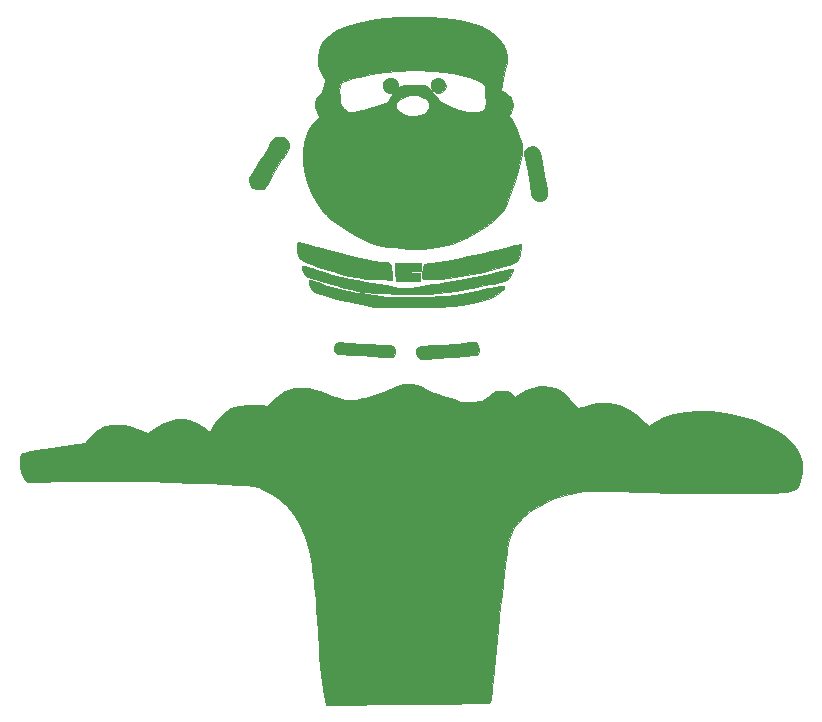
<source format=gbr>
%TF.GenerationSoftware,KiCad,Pcbnew,9.0.6*%
%TF.CreationDate,2025-12-01T09:21:34+01:00*%
%TF.ProjectId,BL_Santa,424c5f53-616e-4746-912e-6b696361645f,rev?*%
%TF.SameCoordinates,Original*%
%TF.FileFunction,Legend,Top*%
%TF.FilePolarity,Positive*%
%FSLAX46Y46*%
G04 Gerber Fmt 4.6, Leading zero omitted, Abs format (unit mm)*
G04 Created by KiCad (PCBNEW 9.0.6) date 2025-12-01 09:21:34*
%MOMM*%
%LPD*%
G01*
G04 APERTURE LIST*
%ADD10C,0.010000*%
G04 APERTURE END LIST*
D10*
%TO.C,G\u002A\u002A\u002A*%
X120009686Y-122297564D02*
X120507179Y-122507122D01*
X120571578Y-122546277D01*
X121016538Y-122813463D01*
X121386449Y-122998040D01*
X121737474Y-123124431D01*
X122104133Y-123212759D01*
X122475649Y-123308455D01*
X122884582Y-123444910D01*
X123120133Y-123539673D01*
X123419657Y-123658608D01*
X123693059Y-123726215D01*
X124009436Y-123754759D01*
X124347800Y-123757639D01*
X124851602Y-123745078D01*
X125227330Y-123710597D01*
X125515974Y-123641805D01*
X125758525Y-123526312D01*
X125995974Y-123351726D01*
X126155534Y-123211183D01*
X126406306Y-122991104D01*
X126591711Y-122864957D01*
X126766151Y-122806970D01*
X126984026Y-122791369D01*
X127042325Y-122791066D01*
X127494552Y-122827870D01*
X127835053Y-122947686D01*
X128072960Y-123129560D01*
X128248882Y-123305482D01*
X128743360Y-123000272D01*
X129235826Y-122740750D01*
X129765432Y-122536145D01*
X130274042Y-122405768D01*
X130647642Y-122367733D01*
X131266737Y-122451104D01*
X131881072Y-122696403D01*
X132477995Y-123096410D01*
X133044856Y-123643902D01*
X133196338Y-123822487D01*
X133587746Y-124303575D01*
X133941645Y-124178712D01*
X134339744Y-124063614D01*
X134814954Y-123964293D01*
X135311710Y-123888749D01*
X135774450Y-123844985D01*
X136147609Y-123841001D01*
X136233389Y-123848709D01*
X137045213Y-124033577D01*
X137838383Y-124375535D01*
X138589887Y-124862398D01*
X139234796Y-125438232D01*
X139601458Y-125817060D01*
X140091608Y-125489750D01*
X140863724Y-125071141D01*
X141745787Y-124766164D01*
X142722145Y-124574878D01*
X143777146Y-124497344D01*
X144895138Y-124533619D01*
X146060470Y-124683765D01*
X147257490Y-124947841D01*
X148470545Y-125325905D01*
X148822243Y-125456546D01*
X149785746Y-125864986D01*
X150590420Y-126290512D01*
X151246595Y-126742443D01*
X151764596Y-127230098D01*
X152154752Y-127762798D01*
X152427390Y-128349861D01*
X152560683Y-128830120D01*
X152609048Y-129117180D01*
X152617330Y-129377786D01*
X152583242Y-129678569D01*
X152520164Y-130011166D01*
X152434381Y-130361934D01*
X152335450Y-130670459D01*
X152241860Y-130880860D01*
X152222858Y-130909734D01*
X152113657Y-131029639D01*
X151969915Y-131133434D01*
X151780099Y-131222075D01*
X151532680Y-131296518D01*
X151216123Y-131357722D01*
X150818897Y-131406642D01*
X150329472Y-131444235D01*
X149736313Y-131471458D01*
X149027891Y-131489267D01*
X148192672Y-131498621D01*
X147219125Y-131500474D01*
X146095718Y-131495785D01*
X145237135Y-131489320D01*
X144243295Y-131478975D01*
X143190114Y-131464664D01*
X142111207Y-131447059D01*
X141040191Y-131426828D01*
X140010683Y-131404641D01*
X139056297Y-131381170D01*
X138210653Y-131357084D01*
X137633409Y-131337763D01*
X136810709Y-131308393D01*
X136135942Y-131286367D01*
X135587859Y-131271840D01*
X135145212Y-131264965D01*
X134786753Y-131265898D01*
X134491234Y-131274792D01*
X134237406Y-131291801D01*
X134004022Y-131317080D01*
X133769832Y-131350783D01*
X133672036Y-131366516D01*
X132510440Y-131620266D01*
X131425755Y-131983727D01*
X130437117Y-132448032D01*
X129563660Y-133004314D01*
X128881933Y-133586066D01*
X128502258Y-133984316D01*
X128211637Y-134353325D01*
X127992800Y-134731015D01*
X127828475Y-135155306D01*
X127701393Y-135664118D01*
X127594282Y-136295372D01*
X127569996Y-136466643D01*
X127506597Y-136948926D01*
X127429241Y-137575053D01*
X127340637Y-138320357D01*
X127243493Y-139160170D01*
X127140519Y-140069826D01*
X127034423Y-141024656D01*
X126927914Y-141999994D01*
X126823701Y-142971173D01*
X126724492Y-143913524D01*
X126632998Y-144802382D01*
X126551925Y-145613078D01*
X126483984Y-146320946D01*
X126463787Y-146540066D01*
X126396576Y-147277783D01*
X126342163Y-147864520D01*
X126297894Y-148317927D01*
X126261113Y-148655650D01*
X126229165Y-148895338D01*
X126199395Y-149054637D01*
X126169145Y-149151197D01*
X126135762Y-149202664D01*
X126096590Y-149226686D01*
X126057751Y-149238432D01*
X125952473Y-149245337D01*
X125690853Y-149253278D01*
X125285877Y-149262072D01*
X124750531Y-149271539D01*
X124097804Y-149281496D01*
X123340680Y-149291760D01*
X122492147Y-149302151D01*
X121565191Y-149312485D01*
X120572799Y-149322582D01*
X119527957Y-149332258D01*
X119094455Y-149336003D01*
X112274776Y-149393684D01*
X112127468Y-148601875D01*
X112031237Y-148048284D01*
X111944985Y-147468795D01*
X111866341Y-146840343D01*
X111792931Y-146139861D01*
X111722383Y-145344285D01*
X111652326Y-144430549D01*
X111580386Y-143375588D01*
X111564391Y-143127270D01*
X111499090Y-142121118D01*
X111440695Y-141262721D01*
X111387254Y-140530734D01*
X111336818Y-139903810D01*
X111287437Y-139360603D01*
X111237160Y-138879768D01*
X111184036Y-138439957D01*
X111126116Y-138019825D01*
X111061449Y-137598026D01*
X111056220Y-137565400D01*
X110803068Y-136285785D01*
X110476046Y-135153409D01*
X110070168Y-134160823D01*
X109580449Y-133300577D01*
X109001903Y-132565222D01*
X108329546Y-131947307D01*
X107558391Y-131439383D01*
X106685993Y-131034977D01*
X106579149Y-130993760D01*
X106479378Y-130957366D01*
X106375434Y-130925047D01*
X106256068Y-130896055D01*
X106110034Y-130869642D01*
X105926084Y-130845059D01*
X105692971Y-130821558D01*
X105399447Y-130798391D01*
X105034266Y-130774810D01*
X104586179Y-130750066D01*
X104043940Y-130723410D01*
X103396301Y-130694095D01*
X102632014Y-130661373D01*
X101739833Y-130624494D01*
X100708510Y-130582712D01*
X99526798Y-130535276D01*
X98642864Y-130499861D01*
X97769274Y-130469889D01*
X96812887Y-130446003D01*
X95798796Y-130428191D01*
X94752096Y-130416441D01*
X93697880Y-130410742D01*
X92661241Y-130411083D01*
X91667273Y-130417453D01*
X90741069Y-130429839D01*
X89907723Y-130448231D01*
X89192327Y-130472617D01*
X88619976Y-130502985D01*
X88598743Y-130504440D01*
X87986102Y-130541975D01*
X87527384Y-130558421D01*
X87208509Y-130553859D01*
X87015396Y-130528373D01*
X86973735Y-130513995D01*
X86772205Y-130340727D01*
X86595637Y-130039679D01*
X86455992Y-129651907D01*
X86365229Y-129218463D01*
X86335309Y-128780402D01*
X86367210Y-128432079D01*
X86387804Y-128331779D01*
X86419190Y-128248572D01*
X86477853Y-128178101D01*
X86580275Y-128116011D01*
X86742939Y-128057943D01*
X86982331Y-127999542D01*
X87314931Y-127936450D01*
X87757225Y-127864310D01*
X88325696Y-127778767D01*
X89036827Y-127675463D01*
X89461009Y-127614353D01*
X90165755Y-127511947D01*
X90721511Y-127428362D01*
X91147082Y-127359648D01*
X91461272Y-127301857D01*
X91682886Y-127251037D01*
X91830730Y-127203241D01*
X91923607Y-127154517D01*
X91980324Y-127100916D01*
X91993696Y-127082407D01*
X92244633Y-126775919D01*
X92585985Y-126446428D01*
X92957387Y-126146834D01*
X93298476Y-125930038D01*
X93322326Y-125918013D01*
X93547097Y-125819234D01*
X93766865Y-125757825D01*
X94032564Y-125725558D01*
X94395127Y-125714210D01*
X94587466Y-125713700D01*
X94975057Y-125718729D01*
X95271509Y-125739989D01*
X95534566Y-125789361D01*
X95821974Y-125878727D01*
X96191478Y-126019965D01*
X96313541Y-126068828D01*
X97192949Y-126422322D01*
X97695501Y-126081045D01*
X98414749Y-125643816D01*
X99073555Y-125354174D01*
X99686948Y-125208124D01*
X100269958Y-125201668D01*
X100690795Y-125284450D01*
X101113775Y-125445601D01*
X101581550Y-125687091D01*
X102020915Y-125967812D01*
X102293296Y-126184372D01*
X102385415Y-126258191D01*
X102457905Y-126262832D01*
X102538114Y-126175211D01*
X102653390Y-125972245D01*
X102739005Y-125808186D01*
X103151601Y-125168541D01*
X103655833Y-124667139D01*
X104254392Y-124302837D01*
X104949965Y-124074496D01*
X105745245Y-123980973D01*
X106642921Y-124021127D01*
X106879456Y-124051318D01*
X107318112Y-124113875D01*
X107795775Y-123630321D01*
X108110960Y-123346001D01*
X108473505Y-123069972D01*
X108796453Y-122866917D01*
X109082978Y-122724848D01*
X109334621Y-122636277D01*
X109615102Y-122585634D01*
X109988144Y-122557348D01*
X110081466Y-122552913D01*
X110360087Y-122543324D01*
X110600194Y-122546816D01*
X110829564Y-122570479D01*
X111075975Y-122621403D01*
X111367207Y-122706676D01*
X111731036Y-122833388D01*
X112195243Y-123008629D01*
X112787603Y-123239488D01*
X112817364Y-123251159D01*
X113391395Y-123456480D01*
X113881759Y-123577043D01*
X114342758Y-123615694D01*
X114828693Y-123575280D01*
X115393864Y-123458650D01*
X115627390Y-123398497D01*
X116108165Y-123256273D01*
X116619261Y-123082421D01*
X117086704Y-122903076D01*
X117329574Y-122797117D01*
X118124171Y-122469932D01*
X118828705Y-122278155D01*
X119453702Y-122220970D01*
X120009686Y-122297564D01*
G36*
X120009686Y-122297564D02*
G01*
X120507179Y-122507122D01*
X120571578Y-122546277D01*
X121016538Y-122813463D01*
X121386449Y-122998040D01*
X121737474Y-123124431D01*
X122104133Y-123212759D01*
X122475649Y-123308455D01*
X122884582Y-123444910D01*
X123120133Y-123539673D01*
X123419657Y-123658608D01*
X123693059Y-123726215D01*
X124009436Y-123754759D01*
X124347800Y-123757639D01*
X124851602Y-123745078D01*
X125227330Y-123710597D01*
X125515974Y-123641805D01*
X125758525Y-123526312D01*
X125995974Y-123351726D01*
X126155534Y-123211183D01*
X126406306Y-122991104D01*
X126591711Y-122864957D01*
X126766151Y-122806970D01*
X126984026Y-122791369D01*
X127042325Y-122791066D01*
X127494552Y-122827870D01*
X127835053Y-122947686D01*
X128072960Y-123129560D01*
X128248882Y-123305482D01*
X128743360Y-123000272D01*
X129235826Y-122740750D01*
X129765432Y-122536145D01*
X130274042Y-122405768D01*
X130647642Y-122367733D01*
X131266737Y-122451104D01*
X131881072Y-122696403D01*
X132477995Y-123096410D01*
X133044856Y-123643902D01*
X133196338Y-123822487D01*
X133587746Y-124303575D01*
X133941645Y-124178712D01*
X134339744Y-124063614D01*
X134814954Y-123964293D01*
X135311710Y-123888749D01*
X135774450Y-123844985D01*
X136147609Y-123841001D01*
X136233389Y-123848709D01*
X137045213Y-124033577D01*
X137838383Y-124375535D01*
X138589887Y-124862398D01*
X139234796Y-125438232D01*
X139601458Y-125817060D01*
X140091608Y-125489750D01*
X140863724Y-125071141D01*
X141745787Y-124766164D01*
X142722145Y-124574878D01*
X143777146Y-124497344D01*
X144895138Y-124533619D01*
X146060470Y-124683765D01*
X147257490Y-124947841D01*
X148470545Y-125325905D01*
X148822243Y-125456546D01*
X149785746Y-125864986D01*
X150590420Y-126290512D01*
X151246595Y-126742443D01*
X151764596Y-127230098D01*
X152154752Y-127762798D01*
X152427390Y-128349861D01*
X152560683Y-128830120D01*
X152609048Y-129117180D01*
X152617330Y-129377786D01*
X152583242Y-129678569D01*
X152520164Y-130011166D01*
X152434381Y-130361934D01*
X152335450Y-130670459D01*
X152241860Y-130880860D01*
X152222858Y-130909734D01*
X152113657Y-131029639D01*
X151969915Y-131133434D01*
X151780099Y-131222075D01*
X151532680Y-131296518D01*
X151216123Y-131357722D01*
X150818897Y-131406642D01*
X150329472Y-131444235D01*
X149736313Y-131471458D01*
X149027891Y-131489267D01*
X148192672Y-131498621D01*
X147219125Y-131500474D01*
X146095718Y-131495785D01*
X145237135Y-131489320D01*
X144243295Y-131478975D01*
X143190114Y-131464664D01*
X142111207Y-131447059D01*
X141040191Y-131426828D01*
X140010683Y-131404641D01*
X139056297Y-131381170D01*
X138210653Y-131357084D01*
X137633409Y-131337763D01*
X136810709Y-131308393D01*
X136135942Y-131286367D01*
X135587859Y-131271840D01*
X135145212Y-131264965D01*
X134786753Y-131265898D01*
X134491234Y-131274792D01*
X134237406Y-131291801D01*
X134004022Y-131317080D01*
X133769832Y-131350783D01*
X133672036Y-131366516D01*
X132510440Y-131620266D01*
X131425755Y-131983727D01*
X130437117Y-132448032D01*
X129563660Y-133004314D01*
X128881933Y-133586066D01*
X128502258Y-133984316D01*
X128211637Y-134353325D01*
X127992800Y-134731015D01*
X127828475Y-135155306D01*
X127701393Y-135664118D01*
X127594282Y-136295372D01*
X127569996Y-136466643D01*
X127506597Y-136948926D01*
X127429241Y-137575053D01*
X127340637Y-138320357D01*
X127243493Y-139160170D01*
X127140519Y-140069826D01*
X127034423Y-141024656D01*
X126927914Y-141999994D01*
X126823701Y-142971173D01*
X126724492Y-143913524D01*
X126632998Y-144802382D01*
X126551925Y-145613078D01*
X126483984Y-146320946D01*
X126463787Y-146540066D01*
X126396576Y-147277783D01*
X126342163Y-147864520D01*
X126297894Y-148317927D01*
X126261113Y-148655650D01*
X126229165Y-148895338D01*
X126199395Y-149054637D01*
X126169145Y-149151197D01*
X126135762Y-149202664D01*
X126096590Y-149226686D01*
X126057751Y-149238432D01*
X125952473Y-149245337D01*
X125690853Y-149253278D01*
X125285877Y-149262072D01*
X124750531Y-149271539D01*
X124097804Y-149281496D01*
X123340680Y-149291760D01*
X122492147Y-149302151D01*
X121565191Y-149312485D01*
X120572799Y-149322582D01*
X119527957Y-149332258D01*
X119094455Y-149336003D01*
X112274776Y-149393684D01*
X112127468Y-148601875D01*
X112031237Y-148048284D01*
X111944985Y-147468795D01*
X111866341Y-146840343D01*
X111792931Y-146139861D01*
X111722383Y-145344285D01*
X111652326Y-144430549D01*
X111580386Y-143375588D01*
X111564391Y-143127270D01*
X111499090Y-142121118D01*
X111440695Y-141262721D01*
X111387254Y-140530734D01*
X111336818Y-139903810D01*
X111287437Y-139360603D01*
X111237160Y-138879768D01*
X111184036Y-138439957D01*
X111126116Y-138019825D01*
X111061449Y-137598026D01*
X111056220Y-137565400D01*
X110803068Y-136285785D01*
X110476046Y-135153409D01*
X110070168Y-134160823D01*
X109580449Y-133300577D01*
X109001903Y-132565222D01*
X108329546Y-131947307D01*
X107558391Y-131439383D01*
X106685993Y-131034977D01*
X106579149Y-130993760D01*
X106479378Y-130957366D01*
X106375434Y-130925047D01*
X106256068Y-130896055D01*
X106110034Y-130869642D01*
X105926084Y-130845059D01*
X105692971Y-130821558D01*
X105399447Y-130798391D01*
X105034266Y-130774810D01*
X104586179Y-130750066D01*
X104043940Y-130723410D01*
X103396301Y-130694095D01*
X102632014Y-130661373D01*
X101739833Y-130624494D01*
X100708510Y-130582712D01*
X99526798Y-130535276D01*
X98642864Y-130499861D01*
X97769274Y-130469889D01*
X96812887Y-130446003D01*
X95798796Y-130428191D01*
X94752096Y-130416441D01*
X93697880Y-130410742D01*
X92661241Y-130411083D01*
X91667273Y-130417453D01*
X90741069Y-130429839D01*
X89907723Y-130448231D01*
X89192327Y-130472617D01*
X88619976Y-130502985D01*
X88598743Y-130504440D01*
X87986102Y-130541975D01*
X87527384Y-130558421D01*
X87208509Y-130553859D01*
X87015396Y-130528373D01*
X86973735Y-130513995D01*
X86772205Y-130340727D01*
X86595637Y-130039679D01*
X86455992Y-129651907D01*
X86365229Y-129218463D01*
X86335309Y-128780402D01*
X86367210Y-128432079D01*
X86387804Y-128331779D01*
X86419190Y-128248572D01*
X86477853Y-128178101D01*
X86580275Y-128116011D01*
X86742939Y-128057943D01*
X86982331Y-127999542D01*
X87314931Y-127936450D01*
X87757225Y-127864310D01*
X88325696Y-127778767D01*
X89036827Y-127675463D01*
X89461009Y-127614353D01*
X90165755Y-127511947D01*
X90721511Y-127428362D01*
X91147082Y-127359648D01*
X91461272Y-127301857D01*
X91682886Y-127251037D01*
X91830730Y-127203241D01*
X91923607Y-127154517D01*
X91980324Y-127100916D01*
X91993696Y-127082407D01*
X92244633Y-126775919D01*
X92585985Y-126446428D01*
X92957387Y-126146834D01*
X93298476Y-125930038D01*
X93322326Y-125918013D01*
X93547097Y-125819234D01*
X93766865Y-125757825D01*
X94032564Y-125725558D01*
X94395127Y-125714210D01*
X94587466Y-125713700D01*
X94975057Y-125718729D01*
X95271509Y-125739989D01*
X95534566Y-125789361D01*
X95821974Y-125878727D01*
X96191478Y-126019965D01*
X96313541Y-126068828D01*
X97192949Y-126422322D01*
X97695501Y-126081045D01*
X98414749Y-125643816D01*
X99073555Y-125354174D01*
X99686948Y-125208124D01*
X100269958Y-125201668D01*
X100690795Y-125284450D01*
X101113775Y-125445601D01*
X101581550Y-125687091D01*
X102020915Y-125967812D01*
X102293296Y-126184372D01*
X102385415Y-126258191D01*
X102457905Y-126262832D01*
X102538114Y-126175211D01*
X102653390Y-125972245D01*
X102739005Y-125808186D01*
X103151601Y-125168541D01*
X103655833Y-124667139D01*
X104254392Y-124302837D01*
X104949965Y-124074496D01*
X105745245Y-123980973D01*
X106642921Y-124021127D01*
X106879456Y-124051318D01*
X107318112Y-124113875D01*
X107795775Y-123630321D01*
X108110960Y-123346001D01*
X108473505Y-123069972D01*
X108796453Y-122866917D01*
X109082978Y-122724848D01*
X109334621Y-122636277D01*
X109615102Y-122585634D01*
X109988144Y-122557348D01*
X110081466Y-122552913D01*
X110360087Y-122543324D01*
X110600194Y-122546816D01*
X110829564Y-122570479D01*
X111075975Y-122621403D01*
X111367207Y-122706676D01*
X111731036Y-122833388D01*
X112195243Y-123008629D01*
X112787603Y-123239488D01*
X112817364Y-123251159D01*
X113391395Y-123456480D01*
X113881759Y-123577043D01*
X114342758Y-123615694D01*
X114828693Y-123575280D01*
X115393864Y-123458650D01*
X115627390Y-123398497D01*
X116108165Y-123256273D01*
X116619261Y-123082421D01*
X117086704Y-122903076D01*
X117329574Y-122797117D01*
X118124171Y-122469932D01*
X118828705Y-122278155D01*
X119453702Y-122220970D01*
X120009686Y-122297564D01*
G37*
X124981618Y-118695995D02*
X125096591Y-118816661D01*
X125183188Y-119040674D01*
X125221966Y-119302282D01*
X125210653Y-119470460D01*
X125121451Y-119657549D01*
X125027544Y-119741776D01*
X124902781Y-119770453D01*
X124635763Y-119806769D01*
X124253246Y-119847941D01*
X123781989Y-119891188D01*
X123248748Y-119933729D01*
X123027071Y-119949717D01*
X122450783Y-119990816D01*
X121901507Y-120031445D01*
X121412355Y-120069042D01*
X121016439Y-120101048D01*
X120746872Y-120124900D01*
X120697589Y-120129870D01*
X120420231Y-120152268D01*
X120252327Y-120134228D01*
X120135786Y-120059850D01*
X120041423Y-119950279D01*
X119891026Y-119659743D01*
X119887270Y-119387879D01*
X120020271Y-119168502D01*
X120280141Y-119035429D01*
X120310887Y-119028541D01*
X120456440Y-119013076D01*
X120737564Y-118994854D01*
X121120560Y-118975649D01*
X121571725Y-118957230D01*
X121850133Y-118947645D01*
X122395667Y-118923203D01*
X122960169Y-118886037D01*
X123486961Y-118840624D01*
X123919366Y-118791439D01*
X124029200Y-118775532D01*
X124395159Y-118725135D01*
X124706311Y-118694635D01*
X124919414Y-118687642D01*
X124981618Y-118695995D01*
G36*
X124981618Y-118695995D02*
G01*
X125096591Y-118816661D01*
X125183188Y-119040674D01*
X125221966Y-119302282D01*
X125210653Y-119470460D01*
X125121451Y-119657549D01*
X125027544Y-119741776D01*
X124902781Y-119770453D01*
X124635763Y-119806769D01*
X124253246Y-119847941D01*
X123781989Y-119891188D01*
X123248748Y-119933729D01*
X123027071Y-119949717D01*
X122450783Y-119990816D01*
X121901507Y-120031445D01*
X121412355Y-120069042D01*
X121016439Y-120101048D01*
X120746872Y-120124900D01*
X120697589Y-120129870D01*
X120420231Y-120152268D01*
X120252327Y-120134228D01*
X120135786Y-120059850D01*
X120041423Y-119950279D01*
X119891026Y-119659743D01*
X119887270Y-119387879D01*
X120020271Y-119168502D01*
X120280141Y-119035429D01*
X120310887Y-119028541D01*
X120456440Y-119013076D01*
X120737564Y-118994854D01*
X121120560Y-118975649D01*
X121571725Y-118957230D01*
X121850133Y-118947645D01*
X122395667Y-118923203D01*
X122960169Y-118886037D01*
X123486961Y-118840624D01*
X123919366Y-118791439D01*
X124029200Y-118775532D01*
X124395159Y-118725135D01*
X124706311Y-118694635D01*
X124919414Y-118687642D01*
X124981618Y-118695995D01*
G37*
X113902005Y-118734630D02*
X114140654Y-118764164D01*
X114513516Y-118795473D01*
X114985518Y-118826299D01*
X115521586Y-118854387D01*
X116086648Y-118877479D01*
X116163133Y-118880087D01*
X116756998Y-118900976D01*
X117204335Y-118920565D01*
X117527900Y-118941550D01*
X117750450Y-118966623D01*
X117894744Y-118998479D01*
X117983539Y-119039812D01*
X118039591Y-119093316D01*
X118046966Y-119103082D01*
X118153049Y-119362185D01*
X118140718Y-119636919D01*
X118013247Y-119856083D01*
X118012299Y-119856944D01*
X117859800Y-119940061D01*
X117619247Y-119979737D01*
X117267566Y-119976844D01*
X116781686Y-119932251D01*
X116600800Y-119910172D01*
X116340270Y-119884310D01*
X115952807Y-119855159D01*
X115480701Y-119825472D01*
X114966245Y-119798001D01*
X114664501Y-119784142D01*
X114128592Y-119758995D01*
X113735953Y-119734071D01*
X113460566Y-119705757D01*
X113276412Y-119670438D01*
X113157471Y-119624498D01*
X113077725Y-119564323D01*
X113077001Y-119563601D01*
X112935044Y-119339899D01*
X112952617Y-119092516D01*
X113004407Y-118977440D01*
X113149914Y-118793417D01*
X113358620Y-118704513D01*
X113665713Y-118701209D01*
X113902005Y-118734630D01*
G36*
X113902005Y-118734630D02*
G01*
X114140654Y-118764164D01*
X114513516Y-118795473D01*
X114985518Y-118826299D01*
X115521586Y-118854387D01*
X116086648Y-118877479D01*
X116163133Y-118880087D01*
X116756998Y-118900976D01*
X117204335Y-118920565D01*
X117527900Y-118941550D01*
X117750450Y-118966623D01*
X117894744Y-118998479D01*
X117983539Y-119039812D01*
X118039591Y-119093316D01*
X118046966Y-119103082D01*
X118153049Y-119362185D01*
X118140718Y-119636919D01*
X118013247Y-119856083D01*
X118012299Y-119856944D01*
X117859800Y-119940061D01*
X117619247Y-119979737D01*
X117267566Y-119976844D01*
X116781686Y-119932251D01*
X116600800Y-119910172D01*
X116340270Y-119884310D01*
X115952807Y-119855159D01*
X115480701Y-119825472D01*
X114966245Y-119798001D01*
X114664501Y-119784142D01*
X114128592Y-119758995D01*
X113735953Y-119734071D01*
X113460566Y-119705757D01*
X113276412Y-119670438D01*
X113157471Y-119624498D01*
X113077725Y-119564323D01*
X113077001Y-119563601D01*
X112935044Y-119339899D01*
X112952617Y-119092516D01*
X113004407Y-118977440D01*
X113149914Y-118793417D01*
X113358620Y-118704513D01*
X113665713Y-118701209D01*
X113902005Y-118734630D01*
G37*
X110988365Y-113446934D02*
X111210756Y-113508168D01*
X111502311Y-113611275D01*
X111576878Y-113640515D01*
X112069989Y-113815585D01*
X112687967Y-114000733D01*
X113387667Y-114184951D01*
X114125942Y-114357230D01*
X114859643Y-114506562D01*
X115227273Y-114571866D01*
X116360209Y-114736285D01*
X117478555Y-114843906D01*
X118635504Y-114898067D01*
X119884247Y-114902106D01*
X120338973Y-114892661D01*
X121142185Y-114865739D01*
X121846604Y-114826556D01*
X122495220Y-114769613D01*
X123131020Y-114689412D01*
X123796993Y-114580453D01*
X124536129Y-114437238D01*
X125391414Y-114254267D01*
X125476153Y-114235530D01*
X126124815Y-114093827D01*
X126622689Y-113992143D01*
X126983694Y-113931186D01*
X127221749Y-113911666D01*
X127350773Y-113934294D01*
X127384685Y-113999779D01*
X127337405Y-114108831D01*
X127222852Y-114262160D01*
X127173104Y-114322066D01*
X126939764Y-114544452D01*
X126625009Y-114744826D01*
X126212741Y-114928935D01*
X125686862Y-115102526D01*
X125031273Y-115271348D01*
X124229875Y-115441148D01*
X123821677Y-115518617D01*
X123537690Y-115567509D01*
X123255106Y-115607196D01*
X122951062Y-115638870D01*
X122602696Y-115663721D01*
X122187143Y-115682940D01*
X121681542Y-115697720D01*
X121063030Y-115709250D01*
X120308743Y-115718722D01*
X119902800Y-115722783D01*
X119183633Y-115727404D01*
X118495110Y-115727738D01*
X117861428Y-115724078D01*
X117306784Y-115716718D01*
X116855373Y-115705952D01*
X116531393Y-115692073D01*
X116389133Y-115680128D01*
X115917428Y-115608692D01*
X115362999Y-115507049D01*
X114753680Y-115382031D01*
X114117301Y-115240469D01*
X113481696Y-115089194D01*
X112874696Y-114935037D01*
X112324134Y-114784828D01*
X111857843Y-114645399D01*
X111503655Y-114523580D01*
X111295826Y-114430071D01*
X111098631Y-114261116D01*
X110938628Y-114032103D01*
X110835114Y-113788794D01*
X110807381Y-113576949D01*
X110874725Y-113442330D01*
X110878378Y-113439986D01*
X110988365Y-113446934D01*
G36*
X110988365Y-113446934D02*
G01*
X111210756Y-113508168D01*
X111502311Y-113611275D01*
X111576878Y-113640515D01*
X112069989Y-113815585D01*
X112687967Y-114000733D01*
X113387667Y-114184951D01*
X114125942Y-114357230D01*
X114859643Y-114506562D01*
X115227273Y-114571866D01*
X116360209Y-114736285D01*
X117478555Y-114843906D01*
X118635504Y-114898067D01*
X119884247Y-114902106D01*
X120338973Y-114892661D01*
X121142185Y-114865739D01*
X121846604Y-114826556D01*
X122495220Y-114769613D01*
X123131020Y-114689412D01*
X123796993Y-114580453D01*
X124536129Y-114437238D01*
X125391414Y-114254267D01*
X125476153Y-114235530D01*
X126124815Y-114093827D01*
X126622689Y-113992143D01*
X126983694Y-113931186D01*
X127221749Y-113911666D01*
X127350773Y-113934294D01*
X127384685Y-113999779D01*
X127337405Y-114108831D01*
X127222852Y-114262160D01*
X127173104Y-114322066D01*
X126939764Y-114544452D01*
X126625009Y-114744826D01*
X126212741Y-114928935D01*
X125686862Y-115102526D01*
X125031273Y-115271348D01*
X124229875Y-115441148D01*
X123821677Y-115518617D01*
X123537690Y-115567509D01*
X123255106Y-115607196D01*
X122951062Y-115638870D01*
X122602696Y-115663721D01*
X122187143Y-115682940D01*
X121681542Y-115697720D01*
X121063030Y-115709250D01*
X120308743Y-115718722D01*
X119902800Y-115722783D01*
X119183633Y-115727404D01*
X118495110Y-115727738D01*
X117861428Y-115724078D01*
X117306784Y-115716718D01*
X116855373Y-115705952D01*
X116531393Y-115692073D01*
X116389133Y-115680128D01*
X115917428Y-115608692D01*
X115362999Y-115507049D01*
X114753680Y-115382031D01*
X114117301Y-115240469D01*
X113481696Y-115089194D01*
X112874696Y-114935037D01*
X112324134Y-114784828D01*
X111857843Y-114645399D01*
X111503655Y-114523580D01*
X111295826Y-114430071D01*
X111098631Y-114261116D01*
X110938628Y-114032103D01*
X110835114Y-113788794D01*
X110807381Y-113576949D01*
X110874725Y-113442330D01*
X110878378Y-113439986D01*
X110988365Y-113446934D01*
G37*
X110481571Y-112237897D02*
X110728334Y-112317764D01*
X111034446Y-112431395D01*
X111099540Y-112457174D01*
X111545176Y-112615514D01*
X112120174Y-112789379D01*
X112786407Y-112969393D01*
X113505743Y-113146180D01*
X114240054Y-113310363D01*
X114951211Y-113452566D01*
X115593441Y-113562251D01*
X116140899Y-113651077D01*
X116742072Y-113757449D01*
X117321102Y-113867495D01*
X117768962Y-113960043D01*
X118369214Y-114074525D01*
X118892150Y-114129344D01*
X119398147Y-114124252D01*
X119947583Y-114059003D01*
X120528558Y-113948758D01*
X120857337Y-113884612D01*
X121286935Y-113808168D01*
X121750539Y-113731067D01*
X122019466Y-113688993D01*
X123510650Y-113445555D01*
X124876206Y-113186249D01*
X126159680Y-112902554D01*
X126651889Y-112782333D01*
X127117740Y-112669322D01*
X127525590Y-112577682D01*
X127847654Y-112513064D01*
X128056151Y-112481123D01*
X128122676Y-112483054D01*
X128119429Y-112586837D01*
X128035663Y-112775194D01*
X127899608Y-113002898D01*
X127739491Y-113224722D01*
X127583542Y-113395441D01*
X127523803Y-113442528D01*
X127354347Y-113515611D01*
X127065808Y-113602737D01*
X126706169Y-113690335D01*
X126490573Y-113734735D01*
X126126198Y-113804982D01*
X125642967Y-113898626D01*
X125088188Y-114006473D01*
X124509173Y-114119331D01*
X124093800Y-114200493D01*
X123314508Y-114338538D01*
X122503985Y-114456357D01*
X121703587Y-114549574D01*
X120954670Y-114613817D01*
X120298590Y-114644711D01*
X119902800Y-114643718D01*
X119720814Y-114638094D01*
X119398982Y-114628465D01*
X118966723Y-114615699D01*
X118453454Y-114600661D01*
X117888592Y-114584220D01*
X117616800Y-114576346D01*
X116904828Y-114552773D01*
X116316331Y-114523435D01*
X115809852Y-114482052D01*
X115343937Y-114422344D01*
X114877130Y-114338032D01*
X114367976Y-114222836D01*
X113775019Y-114070477D01*
X113144539Y-113898898D01*
X112415093Y-113695930D01*
X111831721Y-113528486D01*
X111376516Y-113389843D01*
X111031572Y-113273281D01*
X110778983Y-113172080D01*
X110600844Y-113079519D01*
X110479248Y-112988876D01*
X110396290Y-112893430D01*
X110373862Y-112858951D01*
X110250430Y-112596314D01*
X110212348Y-112376457D01*
X110261436Y-112237170D01*
X110342529Y-112207733D01*
X110481571Y-112237897D01*
G36*
X110481571Y-112237897D02*
G01*
X110728334Y-112317764D01*
X111034446Y-112431395D01*
X111099540Y-112457174D01*
X111545176Y-112615514D01*
X112120174Y-112789379D01*
X112786407Y-112969393D01*
X113505743Y-113146180D01*
X114240054Y-113310363D01*
X114951211Y-113452566D01*
X115593441Y-113562251D01*
X116140899Y-113651077D01*
X116742072Y-113757449D01*
X117321102Y-113867495D01*
X117768962Y-113960043D01*
X118369214Y-114074525D01*
X118892150Y-114129344D01*
X119398147Y-114124252D01*
X119947583Y-114059003D01*
X120528558Y-113948758D01*
X120857337Y-113884612D01*
X121286935Y-113808168D01*
X121750539Y-113731067D01*
X122019466Y-113688993D01*
X123510650Y-113445555D01*
X124876206Y-113186249D01*
X126159680Y-112902554D01*
X126651889Y-112782333D01*
X127117740Y-112669322D01*
X127525590Y-112577682D01*
X127847654Y-112513064D01*
X128056151Y-112481123D01*
X128122676Y-112483054D01*
X128119429Y-112586837D01*
X128035663Y-112775194D01*
X127899608Y-113002898D01*
X127739491Y-113224722D01*
X127583542Y-113395441D01*
X127523803Y-113442528D01*
X127354347Y-113515611D01*
X127065808Y-113602737D01*
X126706169Y-113690335D01*
X126490573Y-113734735D01*
X126126198Y-113804982D01*
X125642967Y-113898626D01*
X125088188Y-114006473D01*
X124509173Y-114119331D01*
X124093800Y-114200493D01*
X123314508Y-114338538D01*
X122503985Y-114456357D01*
X121703587Y-114549574D01*
X120954670Y-114613817D01*
X120298590Y-114644711D01*
X119902800Y-114643718D01*
X119720814Y-114638094D01*
X119398982Y-114628465D01*
X118966723Y-114615699D01*
X118453454Y-114600661D01*
X117888592Y-114584220D01*
X117616800Y-114576346D01*
X116904828Y-114552773D01*
X116316331Y-114523435D01*
X115809852Y-114482052D01*
X115343937Y-114422344D01*
X114877130Y-114338032D01*
X114367976Y-114222836D01*
X113775019Y-114070477D01*
X113144539Y-113898898D01*
X112415093Y-113695930D01*
X111831721Y-113528486D01*
X111376516Y-113389843D01*
X111031572Y-113273281D01*
X110778983Y-113172080D01*
X110600844Y-113079519D01*
X110479248Y-112988876D01*
X110396290Y-112893430D01*
X110373862Y-112858951D01*
X110250430Y-112596314D01*
X110212348Y-112376457D01*
X110261436Y-112237170D01*
X110342529Y-112207733D01*
X110481571Y-112237897D01*
G37*
X120283800Y-112631066D02*
X119648800Y-112631066D01*
X119328839Y-112641572D01*
X119105825Y-112670010D01*
X119014394Y-112711762D01*
X119013800Y-112715733D01*
X119092109Y-112759165D01*
X119301995Y-112789176D01*
X119605891Y-112800399D01*
X119606466Y-112800400D01*
X120199133Y-112800400D01*
X120199133Y-113477733D01*
X118191329Y-113477733D01*
X118143606Y-112781461D01*
X118126172Y-112452011D01*
X118121834Y-112189020D01*
X118131005Y-112036913D01*
X118136504Y-112019461D01*
X118231953Y-111994407D01*
X118462914Y-111973753D01*
X118795582Y-111959530D01*
X119196151Y-111953767D01*
X119230463Y-111953733D01*
X120283800Y-111953733D01*
X120283800Y-112631066D01*
G36*
X120283800Y-112631066D02*
G01*
X119648800Y-112631066D01*
X119328839Y-112641572D01*
X119105825Y-112670010D01*
X119014394Y-112711762D01*
X119013800Y-112715733D01*
X119092109Y-112759165D01*
X119301995Y-112789176D01*
X119605891Y-112800399D01*
X119606466Y-112800400D01*
X120199133Y-112800400D01*
X120199133Y-113477733D01*
X118191329Y-113477733D01*
X118143606Y-112781461D01*
X118126172Y-112452011D01*
X118121834Y-112189020D01*
X118131005Y-112036913D01*
X118136504Y-112019461D01*
X118231953Y-111994407D01*
X118462914Y-111973753D01*
X118795582Y-111959530D01*
X119196151Y-111953767D01*
X119230463Y-111953733D01*
X120283800Y-111953733D01*
X120283800Y-112631066D01*
G37*
X110610708Y-110388658D02*
X110940455Y-110478336D01*
X111389565Y-110600968D01*
X111914149Y-110744546D01*
X112470315Y-110897058D01*
X112900481Y-111015227D01*
X113830223Y-111259102D01*
X114742423Y-111476105D01*
X115603427Y-111659182D01*
X116379580Y-111801276D01*
X117037227Y-111895330D01*
X117162862Y-111908894D01*
X117463452Y-111943262D01*
X117636647Y-111984786D01*
X117723801Y-112054697D01*
X117766266Y-112174226D01*
X117776695Y-112224044D01*
X117807032Y-112462634D01*
X117825664Y-112776606D01*
X117828466Y-112937983D01*
X117828466Y-113393066D01*
X116918300Y-113382356D01*
X116465431Y-113370349D01*
X116003497Y-113346995D01*
X115602882Y-113316292D01*
X115438252Y-113298250D01*
X114852126Y-113204600D01*
X114207964Y-113070437D01*
X113530948Y-112903933D01*
X112846262Y-112713260D01*
X112179089Y-112506588D01*
X111554613Y-112292091D01*
X110998017Y-112077938D01*
X110534484Y-111872303D01*
X110189198Y-111683356D01*
X109999601Y-111533495D01*
X109889175Y-111323715D01*
X109814709Y-111016662D01*
X109787500Y-110682590D01*
X109817098Y-110398565D01*
X109869950Y-110187987D01*
X110610708Y-110388658D01*
G36*
X110610708Y-110388658D02*
G01*
X110940455Y-110478336D01*
X111389565Y-110600968D01*
X111914149Y-110744546D01*
X112470315Y-110897058D01*
X112900481Y-111015227D01*
X113830223Y-111259102D01*
X114742423Y-111476105D01*
X115603427Y-111659182D01*
X116379580Y-111801276D01*
X117037227Y-111895330D01*
X117162862Y-111908894D01*
X117463452Y-111943262D01*
X117636647Y-111984786D01*
X117723801Y-112054697D01*
X117766266Y-112174226D01*
X117776695Y-112224044D01*
X117807032Y-112462634D01*
X117825664Y-112776606D01*
X117828466Y-112937983D01*
X117828466Y-113393066D01*
X116918300Y-113382356D01*
X116465431Y-113370349D01*
X116003497Y-113346995D01*
X115602882Y-113316292D01*
X115438252Y-113298250D01*
X114852126Y-113204600D01*
X114207964Y-113070437D01*
X113530948Y-112903933D01*
X112846262Y-112713260D01*
X112179089Y-112506588D01*
X111554613Y-112292091D01*
X110998017Y-112077938D01*
X110534484Y-111872303D01*
X110189198Y-111683356D01*
X109999601Y-111533495D01*
X109889175Y-111323715D01*
X109814709Y-111016662D01*
X109787500Y-110682590D01*
X109817098Y-110398565D01*
X109869950Y-110187987D01*
X110610708Y-110388658D01*
G37*
X128775476Y-110420876D02*
X128803062Y-110544943D01*
X128787458Y-110776708D01*
X128738739Y-111063130D01*
X128666980Y-111351168D01*
X128582255Y-111587782D01*
X128538179Y-111670228D01*
X128434761Y-111798050D01*
X128289934Y-111911480D01*
X128079538Y-112021044D01*
X127779416Y-112137267D01*
X127365409Y-112270674D01*
X126813358Y-112431792D01*
X126747332Y-112450483D01*
X125663286Y-112737678D01*
X124662056Y-112959536D01*
X123676415Y-113129218D01*
X122639140Y-113259885D01*
X122581923Y-113265922D01*
X121898464Y-113333138D01*
X121365829Y-113374804D01*
X120967432Y-113390815D01*
X120686685Y-113381063D01*
X120507002Y-113345442D01*
X120411796Y-113283846D01*
X120393640Y-113251879D01*
X120381922Y-113096118D01*
X120406280Y-112844719D01*
X120455475Y-112559596D01*
X120518272Y-112302665D01*
X120583431Y-112135842D01*
X120600137Y-112114122D01*
X120705239Y-112078120D01*
X120942234Y-112026943D01*
X121275143Y-111967615D01*
X121638466Y-111911400D01*
X122436462Y-111784146D01*
X123345257Y-111619126D01*
X124313411Y-111427064D01*
X125289481Y-111218687D01*
X126222026Y-111004719D01*
X127059605Y-110795885D01*
X127309931Y-110728960D01*
X127773606Y-110607554D01*
X128180120Y-110510852D01*
X128501492Y-110444737D01*
X128709746Y-110415090D01*
X128775476Y-110420876D01*
G36*
X128775476Y-110420876D02*
G01*
X128803062Y-110544943D01*
X128787458Y-110776708D01*
X128738739Y-111063130D01*
X128666980Y-111351168D01*
X128582255Y-111587782D01*
X128538179Y-111670228D01*
X128434761Y-111798050D01*
X128289934Y-111911480D01*
X128079538Y-112021044D01*
X127779416Y-112137267D01*
X127365409Y-112270674D01*
X126813358Y-112431792D01*
X126747332Y-112450483D01*
X125663286Y-112737678D01*
X124662056Y-112959536D01*
X123676415Y-113129218D01*
X122639140Y-113259885D01*
X122581923Y-113265922D01*
X121898464Y-113333138D01*
X121365829Y-113374804D01*
X120967432Y-113390815D01*
X120686685Y-113381063D01*
X120507002Y-113345442D01*
X120411796Y-113283846D01*
X120393640Y-113251879D01*
X120381922Y-113096118D01*
X120406280Y-112844719D01*
X120455475Y-112559596D01*
X120518272Y-112302665D01*
X120583431Y-112135842D01*
X120600137Y-112114122D01*
X120705239Y-112078120D01*
X120942234Y-112026943D01*
X121275143Y-111967615D01*
X121638466Y-111911400D01*
X122436462Y-111784146D01*
X123345257Y-111619126D01*
X124313411Y-111427064D01*
X125289481Y-111218687D01*
X126222026Y-111004719D01*
X127059605Y-110795885D01*
X127309931Y-110728960D01*
X127773606Y-110607554D01*
X128180120Y-110510852D01*
X128501492Y-110444737D01*
X128709746Y-110415090D01*
X128775476Y-110420876D01*
G37*
X120995842Y-91159896D02*
X122267276Y-91257984D01*
X123505197Y-91426407D01*
X123507660Y-91426822D01*
X124511104Y-91652719D01*
X125393635Y-91969885D01*
X126147841Y-92374127D01*
X126766308Y-92861255D01*
X127241624Y-93427075D01*
X127347593Y-93598240D01*
X127550930Y-94062610D01*
X127626491Y-94547236D01*
X127576064Y-95086720D01*
X127449505Y-95570733D01*
X127335776Y-95977817D01*
X127239464Y-96410925D01*
X127180301Y-96780592D01*
X127178114Y-96801249D01*
X127122169Y-97354432D01*
X127476994Y-97600327D01*
X127710628Y-97779554D01*
X127897657Y-97953064D01*
X127952476Y-98018482D01*
X128046660Y-98266658D01*
X128074872Y-98597211D01*
X128039838Y-98937744D01*
X127944278Y-99215862D01*
X127905218Y-99275033D01*
X127795688Y-99428829D01*
X127790340Y-99536204D01*
X127889562Y-99682045D01*
X127907174Y-99704459D01*
X128111601Y-100024042D01*
X128326173Y-100460980D01*
X128529899Y-100966180D01*
X128701786Y-101490552D01*
X128755075Y-101687341D01*
X128838078Y-102033135D01*
X128880495Y-102292236D01*
X128884473Y-102531154D01*
X128852161Y-102816401D01*
X128801450Y-103123660D01*
X128569639Y-104189668D01*
X128231612Y-105301658D01*
X127808175Y-106418573D01*
X127599892Y-106904539D01*
X127418045Y-107273286D01*
X127237311Y-107568825D01*
X127032370Y-107835169D01*
X126918471Y-107965008D01*
X126385988Y-108467258D01*
X125698365Y-108972567D01*
X124869347Y-109471673D01*
X124087815Y-109872626D01*
X122900917Y-110353393D01*
X121691290Y-110667927D01*
X120450866Y-110817543D01*
X119171574Y-110803558D01*
X118675133Y-110755807D01*
X117979074Y-110671469D01*
X117423648Y-110598146D01*
X116981092Y-110529047D01*
X116623647Y-110457382D01*
X116323548Y-110376361D01*
X116053036Y-110279194D01*
X115784347Y-110159090D01*
X115489720Y-110009260D01*
X115375928Y-109948856D01*
X114568734Y-109508878D01*
X113899139Y-109122748D01*
X113348903Y-108778069D01*
X112899790Y-108462442D01*
X112533560Y-108163469D01*
X112231976Y-107868751D01*
X112104864Y-107725206D01*
X111523744Y-106934421D01*
X111038412Y-106063813D01*
X110664446Y-105150683D01*
X110417425Y-104232331D01*
X110317170Y-103444733D01*
X110310559Y-102595508D01*
X110394198Y-101863622D01*
X110576732Y-101218039D01*
X110866809Y-100627725D01*
X111252858Y-100086197D01*
X111645757Y-99606328D01*
X111479304Y-99239531D01*
X111334968Y-98764860D01*
X111351677Y-98336885D01*
X111528309Y-97960684D01*
X111826149Y-97668304D01*
X111933007Y-97519654D01*
X111970020Y-97413670D01*
X113402748Y-97413670D01*
X113424788Y-97905089D01*
X113432971Y-97985012D01*
X113476664Y-98343870D01*
X113524810Y-98579474D01*
X113594012Y-98737466D01*
X113700868Y-98863489D01*
X113777412Y-98932041D01*
X113961286Y-99073533D01*
X114145014Y-99167863D01*
X114353046Y-99213410D01*
X114609836Y-99208551D01*
X114939835Y-99151664D01*
X115367496Y-99041128D01*
X115917270Y-98875319D01*
X116256892Y-98767561D01*
X116589326Y-98661066D01*
X118167133Y-98661066D01*
X118241373Y-98887544D01*
X118436768Y-99123554D01*
X118712328Y-99329812D01*
X118999749Y-99459015D01*
X119369286Y-99555138D01*
X119672956Y-99579919D01*
X119997119Y-99536179D01*
X120164113Y-99497059D01*
X120568457Y-99338706D01*
X120853001Y-99113352D01*
X121011082Y-98846540D01*
X121036039Y-98563810D01*
X120921208Y-98290706D01*
X120659927Y-98052768D01*
X120556135Y-97994155D01*
X120014111Y-97799806D01*
X119468902Y-97771130D01*
X119066582Y-97850053D01*
X118709861Y-98000985D01*
X118417531Y-98213131D01*
X118225260Y-98454327D01*
X118167133Y-98661066D01*
X116589326Y-98661066D01*
X117521651Y-98362397D01*
X117973529Y-97593289D01*
X117736688Y-97628050D01*
X117502828Y-97604688D01*
X117283157Y-97446120D01*
X117105822Y-97169517D01*
X117075230Y-96876791D01*
X117178628Y-96608697D01*
X117403264Y-96405989D01*
X117634574Y-96323083D01*
X117831985Y-96309862D01*
X117996512Y-96380446D01*
X118173072Y-96537313D01*
X118355378Y-96761530D01*
X118406959Y-96953837D01*
X118400567Y-97009248D01*
X118361339Y-97214458D01*
X118571987Y-97048762D01*
X118690906Y-96973536D01*
X118842755Y-96924746D01*
X119064317Y-96897025D01*
X119392371Y-96885008D01*
X119707619Y-96883066D01*
X120632603Y-96883066D01*
X121072034Y-97299075D01*
X121331493Y-97564167D01*
X121569743Y-97840424D01*
X121717733Y-98042271D01*
X121868914Y-98239348D01*
X122065328Y-98393984D01*
X122355914Y-98540725D01*
X122522066Y-98610023D01*
X123100747Y-98839532D01*
X123552685Y-99008917D01*
X123906374Y-99125697D01*
X124190309Y-99197388D01*
X124432984Y-99231509D01*
X124662892Y-99235576D01*
X124846294Y-99223223D01*
X125166977Y-99175486D01*
X125446636Y-99102680D01*
X125594440Y-99037420D01*
X125684772Y-98971072D01*
X125742937Y-98891398D01*
X125774589Y-98764562D01*
X125785385Y-98556730D01*
X125780979Y-98234070D01*
X125773278Y-97967544D01*
X125744800Y-97033508D01*
X125448466Y-96785700D01*
X125193435Y-96624100D01*
X124814858Y-96451582D01*
X124355755Y-96287709D01*
X124347800Y-96285204D01*
X122908718Y-95919627D01*
X121393557Y-95701952D01*
X119809284Y-95632511D01*
X118162868Y-95711638D01*
X116600800Y-95915676D01*
X116064891Y-96013007D01*
X115520072Y-96124225D01*
X114997518Y-96241746D01*
X114528402Y-96357987D01*
X114143899Y-96465363D01*
X113875184Y-96556291D01*
X113778561Y-96602230D01*
X113573107Y-96788355D01*
X113450012Y-97050130D01*
X113402748Y-97413670D01*
X111970020Y-97413670D01*
X112013812Y-97288281D01*
X112022428Y-97244971D01*
X112085495Y-96962279D01*
X112163438Y-96708283D01*
X112169029Y-96693728D01*
X112211635Y-96533263D01*
X112175429Y-96393681D01*
X112040402Y-96212394D01*
X112000433Y-96166371D01*
X111765603Y-95775398D01*
X111633695Y-95262298D01*
X111606803Y-94640987D01*
X111674278Y-93999841D01*
X111820466Y-93572849D01*
X112103231Y-93142054D01*
X112493794Y-92740135D01*
X112963376Y-92399769D01*
X113193136Y-92275230D01*
X114020598Y-91936784D01*
X114984188Y-91654720D01*
X116059670Y-91431031D01*
X117222810Y-91267711D01*
X118449376Y-91166753D01*
X119715131Y-91130150D01*
X120995842Y-91159896D01*
G36*
X120995842Y-91159896D02*
G01*
X122267276Y-91257984D01*
X123505197Y-91426407D01*
X123507660Y-91426822D01*
X124511104Y-91652719D01*
X125393635Y-91969885D01*
X126147841Y-92374127D01*
X126766308Y-92861255D01*
X127241624Y-93427075D01*
X127347593Y-93598240D01*
X127550930Y-94062610D01*
X127626491Y-94547236D01*
X127576064Y-95086720D01*
X127449505Y-95570733D01*
X127335776Y-95977817D01*
X127239464Y-96410925D01*
X127180301Y-96780592D01*
X127178114Y-96801249D01*
X127122169Y-97354432D01*
X127476994Y-97600327D01*
X127710628Y-97779554D01*
X127897657Y-97953064D01*
X127952476Y-98018482D01*
X128046660Y-98266658D01*
X128074872Y-98597211D01*
X128039838Y-98937744D01*
X127944278Y-99215862D01*
X127905218Y-99275033D01*
X127795688Y-99428829D01*
X127790340Y-99536204D01*
X127889562Y-99682045D01*
X127907174Y-99704459D01*
X128111601Y-100024042D01*
X128326173Y-100460980D01*
X128529899Y-100966180D01*
X128701786Y-101490552D01*
X128755075Y-101687341D01*
X128838078Y-102033135D01*
X128880495Y-102292236D01*
X128884473Y-102531154D01*
X128852161Y-102816401D01*
X128801450Y-103123660D01*
X128569639Y-104189668D01*
X128231612Y-105301658D01*
X127808175Y-106418573D01*
X127599892Y-106904539D01*
X127418045Y-107273286D01*
X127237311Y-107568825D01*
X127032370Y-107835169D01*
X126918471Y-107965008D01*
X126385988Y-108467258D01*
X125698365Y-108972567D01*
X124869347Y-109471673D01*
X124087815Y-109872626D01*
X122900917Y-110353393D01*
X121691290Y-110667927D01*
X120450866Y-110817543D01*
X119171574Y-110803558D01*
X118675133Y-110755807D01*
X117979074Y-110671469D01*
X117423648Y-110598146D01*
X116981092Y-110529047D01*
X116623647Y-110457382D01*
X116323548Y-110376361D01*
X116053036Y-110279194D01*
X115784347Y-110159090D01*
X115489720Y-110009260D01*
X115375928Y-109948856D01*
X114568734Y-109508878D01*
X113899139Y-109122748D01*
X113348903Y-108778069D01*
X112899790Y-108462442D01*
X112533560Y-108163469D01*
X112231976Y-107868751D01*
X112104864Y-107725206D01*
X111523744Y-106934421D01*
X111038412Y-106063813D01*
X110664446Y-105150683D01*
X110417425Y-104232331D01*
X110317170Y-103444733D01*
X110310559Y-102595508D01*
X110394198Y-101863622D01*
X110576732Y-101218039D01*
X110866809Y-100627725D01*
X111252858Y-100086197D01*
X111645757Y-99606328D01*
X111479304Y-99239531D01*
X111334968Y-98764860D01*
X111351677Y-98336885D01*
X111528309Y-97960684D01*
X111826149Y-97668304D01*
X111933007Y-97519654D01*
X111970020Y-97413670D01*
X113402748Y-97413670D01*
X113424788Y-97905089D01*
X113432971Y-97985012D01*
X113476664Y-98343870D01*
X113524810Y-98579474D01*
X113594012Y-98737466D01*
X113700868Y-98863489D01*
X113777412Y-98932041D01*
X113961286Y-99073533D01*
X114145014Y-99167863D01*
X114353046Y-99213410D01*
X114609836Y-99208551D01*
X114939835Y-99151664D01*
X115367496Y-99041128D01*
X115917270Y-98875319D01*
X116256892Y-98767561D01*
X116589326Y-98661066D01*
X118167133Y-98661066D01*
X118241373Y-98887544D01*
X118436768Y-99123554D01*
X118712328Y-99329812D01*
X118999749Y-99459015D01*
X119369286Y-99555138D01*
X119672956Y-99579919D01*
X119997119Y-99536179D01*
X120164113Y-99497059D01*
X120568457Y-99338706D01*
X120853001Y-99113352D01*
X121011082Y-98846540D01*
X121036039Y-98563810D01*
X120921208Y-98290706D01*
X120659927Y-98052768D01*
X120556135Y-97994155D01*
X120014111Y-97799806D01*
X119468902Y-97771130D01*
X119066582Y-97850053D01*
X118709861Y-98000985D01*
X118417531Y-98213131D01*
X118225260Y-98454327D01*
X118167133Y-98661066D01*
X116589326Y-98661066D01*
X117521651Y-98362397D01*
X117973529Y-97593289D01*
X117736688Y-97628050D01*
X117502828Y-97604688D01*
X117283157Y-97446120D01*
X117105822Y-97169517D01*
X117075230Y-96876791D01*
X117178628Y-96608697D01*
X117403264Y-96405989D01*
X117634574Y-96323083D01*
X117831985Y-96309862D01*
X117996512Y-96380446D01*
X118173072Y-96537313D01*
X118355378Y-96761530D01*
X118406959Y-96953837D01*
X118400567Y-97009248D01*
X118361339Y-97214458D01*
X118571987Y-97048762D01*
X118690906Y-96973536D01*
X118842755Y-96924746D01*
X119064317Y-96897025D01*
X119392371Y-96885008D01*
X119707619Y-96883066D01*
X120632603Y-96883066D01*
X121072034Y-97299075D01*
X121331493Y-97564167D01*
X121569743Y-97840424D01*
X121717733Y-98042271D01*
X121868914Y-98239348D01*
X122065328Y-98393984D01*
X122355914Y-98540725D01*
X122522066Y-98610023D01*
X123100747Y-98839532D01*
X123552685Y-99008917D01*
X123906374Y-99125697D01*
X124190309Y-99197388D01*
X124432984Y-99231509D01*
X124662892Y-99235576D01*
X124846294Y-99223223D01*
X125166977Y-99175486D01*
X125446636Y-99102680D01*
X125594440Y-99037420D01*
X125684772Y-98971072D01*
X125742937Y-98891398D01*
X125774589Y-98764562D01*
X125785385Y-98556730D01*
X125780979Y-98234070D01*
X125773278Y-97967544D01*
X125744800Y-97033508D01*
X125448466Y-96785700D01*
X125193435Y-96624100D01*
X124814858Y-96451582D01*
X124355755Y-96287709D01*
X124347800Y-96285204D01*
X122908718Y-95919627D01*
X121393557Y-95701952D01*
X119809284Y-95632511D01*
X118162868Y-95711638D01*
X116600800Y-95915676D01*
X116064891Y-96013007D01*
X115520072Y-96124225D01*
X114997518Y-96241746D01*
X114528402Y-96357987D01*
X114143899Y-96465363D01*
X113875184Y-96556291D01*
X113778561Y-96602230D01*
X113573107Y-96788355D01*
X113450012Y-97050130D01*
X113402748Y-97413670D01*
X111970020Y-97413670D01*
X112013812Y-97288281D01*
X112022428Y-97244971D01*
X112085495Y-96962279D01*
X112163438Y-96708283D01*
X112169029Y-96693728D01*
X112211635Y-96533263D01*
X112175429Y-96393681D01*
X112040402Y-96212394D01*
X112000433Y-96166371D01*
X111765603Y-95775398D01*
X111633695Y-95262298D01*
X111606803Y-94640987D01*
X111674278Y-93999841D01*
X111820466Y-93572849D01*
X112103231Y-93142054D01*
X112493794Y-92740135D01*
X112963376Y-92399769D01*
X113193136Y-92275230D01*
X114020598Y-91936784D01*
X114984188Y-91654720D01*
X116059670Y-91431031D01*
X117222810Y-91267711D01*
X118449376Y-91166753D01*
X119715131Y-91130150D01*
X120995842Y-91159896D01*
G37*
X129784606Y-102114368D02*
X129986888Y-102140740D01*
X130142173Y-102222104D01*
X130262590Y-102381435D01*
X130360271Y-102641708D01*
X130447344Y-103025897D01*
X130531725Y-103529422D01*
X130612806Y-104025032D01*
X130705388Y-104539743D01*
X130797348Y-105008591D01*
X130867821Y-105330352D01*
X130960649Y-105730328D01*
X131011397Y-106003546D01*
X131017600Y-106187880D01*
X130976794Y-106321205D01*
X130886511Y-106441398D01*
X130788979Y-106541579D01*
X130505026Y-106741285D01*
X130221431Y-106771705D01*
X129937501Y-106632884D01*
X129896099Y-106598566D01*
X129802978Y-106502127D01*
X129731001Y-106377911D01*
X129670880Y-106194225D01*
X129613325Y-105919376D01*
X129549047Y-105521670D01*
X129517101Y-105305507D01*
X129438647Y-104810042D01*
X129346957Y-104298132D01*
X129253977Y-103833297D01*
X129178816Y-103506715D01*
X129098653Y-103141328D01*
X129053833Y-102827465D01*
X129051211Y-102615874D01*
X129055491Y-102593579D01*
X129197556Y-102347177D01*
X129452852Y-102176221D01*
X129770583Y-102114096D01*
X129784606Y-102114368D01*
G36*
X129784606Y-102114368D02*
G01*
X129986888Y-102140740D01*
X130142173Y-102222104D01*
X130262590Y-102381435D01*
X130360271Y-102641708D01*
X130447344Y-103025897D01*
X130531725Y-103529422D01*
X130612806Y-104025032D01*
X130705388Y-104539743D01*
X130797348Y-105008591D01*
X130867821Y-105330352D01*
X130960649Y-105730328D01*
X131011397Y-106003546D01*
X131017600Y-106187880D01*
X130976794Y-106321205D01*
X130886511Y-106441398D01*
X130788979Y-106541579D01*
X130505026Y-106741285D01*
X130221431Y-106771705D01*
X129937501Y-106632884D01*
X129896099Y-106598566D01*
X129802978Y-106502127D01*
X129731001Y-106377911D01*
X129670880Y-106194225D01*
X129613325Y-105919376D01*
X129549047Y-105521670D01*
X129517101Y-105305507D01*
X129438647Y-104810042D01*
X129346957Y-104298132D01*
X129253977Y-103833297D01*
X129178816Y-103506715D01*
X129098653Y-103141328D01*
X129053833Y-102827465D01*
X129051211Y-102615874D01*
X129055491Y-102593579D01*
X129197556Y-102347177D01*
X129452852Y-102176221D01*
X129770583Y-102114096D01*
X129784606Y-102114368D01*
G37*
X108681240Y-101357885D02*
X108958848Y-101563412D01*
X109106063Y-101830805D01*
X109148457Y-101998052D01*
X109148172Y-102157401D01*
X109092910Y-102337361D01*
X108970376Y-102566442D01*
X108768275Y-102873152D01*
X108484541Y-103271858D01*
X108206171Y-103680804D01*
X107920889Y-104139571D01*
X107673639Y-104574423D01*
X107581411Y-104753524D01*
X107411878Y-105087018D01*
X107254805Y-105374623D01*
X107134213Y-105573235D01*
X107095814Y-105624900D01*
X106916930Y-105723802D01*
X106647686Y-105769129D01*
X106359692Y-105756702D01*
X106124555Y-105682346D01*
X106123298Y-105681617D01*
X105957004Y-105517440D01*
X105810200Y-105266975D01*
X105727070Y-105011456D01*
X105721133Y-104942243D01*
X105766576Y-104817692D01*
X105891707Y-104582866D01*
X106079732Y-104266647D01*
X106313855Y-103897919D01*
X106434534Y-103715448D01*
X106717866Y-103279587D01*
X106994396Y-102831387D01*
X107236289Y-102417447D01*
X107415709Y-102084364D01*
X107446676Y-102021014D01*
X107620636Y-101675560D01*
X107767407Y-101458586D01*
X107921444Y-101340861D01*
X108117205Y-101293152D01*
X108313370Y-101285733D01*
X108681240Y-101357885D01*
G36*
X108681240Y-101357885D02*
G01*
X108958848Y-101563412D01*
X109106063Y-101830805D01*
X109148457Y-101998052D01*
X109148172Y-102157401D01*
X109092910Y-102337361D01*
X108970376Y-102566442D01*
X108768275Y-102873152D01*
X108484541Y-103271858D01*
X108206171Y-103680804D01*
X107920889Y-104139571D01*
X107673639Y-104574423D01*
X107581411Y-104753524D01*
X107411878Y-105087018D01*
X107254805Y-105374623D01*
X107134213Y-105573235D01*
X107095814Y-105624900D01*
X106916930Y-105723802D01*
X106647686Y-105769129D01*
X106359692Y-105756702D01*
X106124555Y-105682346D01*
X106123298Y-105681617D01*
X105957004Y-105517440D01*
X105810200Y-105266975D01*
X105727070Y-105011456D01*
X105721133Y-104942243D01*
X105766576Y-104817692D01*
X105891707Y-104582866D01*
X106079732Y-104266647D01*
X106313855Y-103897919D01*
X106434534Y-103715448D01*
X106717866Y-103279587D01*
X106994396Y-102831387D01*
X107236289Y-102417447D01*
X107415709Y-102084364D01*
X107446676Y-102021014D01*
X107620636Y-101675560D01*
X107767407Y-101458586D01*
X107921444Y-101340861D01*
X108117205Y-101293152D01*
X108313370Y-101285733D01*
X108681240Y-101357885D01*
G37*
X121935799Y-96329053D02*
X122198189Y-96488666D01*
X122389891Y-96738050D01*
X122440125Y-97001374D01*
X122370581Y-97247269D01*
X122202951Y-97444365D01*
X121958924Y-97561293D01*
X121660192Y-97566684D01*
X121488954Y-97514374D01*
X121250021Y-97334931D01*
X121130251Y-97079271D01*
X121136124Y-96797575D01*
X121274121Y-96540024D01*
X121353551Y-96465878D01*
X121648044Y-96313234D01*
X121935799Y-96329053D01*
G36*
X121935799Y-96329053D02*
G01*
X122198189Y-96488666D01*
X122389891Y-96738050D01*
X122440125Y-97001374D01*
X122370581Y-97247269D01*
X122202951Y-97444365D01*
X121958924Y-97561293D01*
X121660192Y-97566684D01*
X121488954Y-97514374D01*
X121250021Y-97334931D01*
X121130251Y-97079271D01*
X121136124Y-96797575D01*
X121274121Y-96540024D01*
X121353551Y-96465878D01*
X121648044Y-96313234D01*
X121935799Y-96329053D01*
G37*
%TD*%
M02*

</source>
